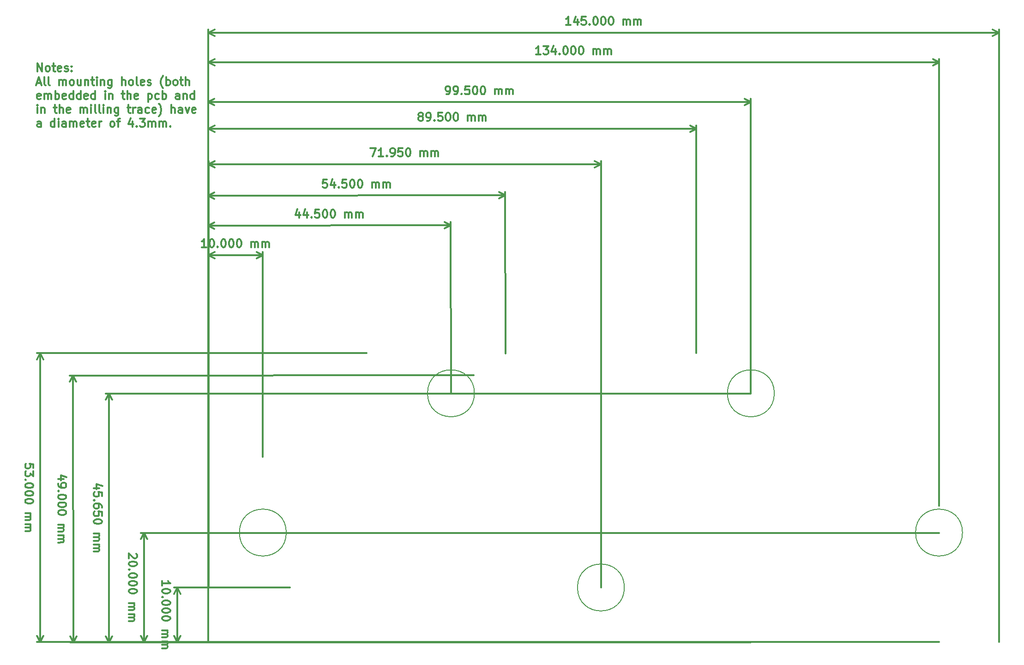
<source format=gbr>
%TF.GenerationSoftware,KiCad,Pcbnew,5.0.1*%
%TF.CreationDate,2019-03-22T14:30:31+01:00*%
%TF.ProjectId,rev1,726576312E6B696361645F7063620000,rev?*%
%TF.SameCoordinates,Original*%
%TF.FileFunction,Other,Comment*%
%FSLAX46Y46*%
G04 Gerber Fmt 4.6, Leading zero omitted, Abs format (unit mm)*
G04 Created by KiCad (PCBNEW 5.0.1) date Fri 22 Mar 2019 02:30:31 PM CET*
%MOMM*%
%LPD*%
G01*
G04 APERTURE LIST*
%ADD10C,0.300000*%
%ADD11C,0.150000*%
G04 APERTURE END LIST*
D10*
X57652142Y-34278571D02*
X57652142Y-32778571D01*
X58509285Y-34278571D01*
X58509285Y-32778571D01*
X59437857Y-34278571D02*
X59295000Y-34207142D01*
X59223571Y-34135714D01*
X59152142Y-33992857D01*
X59152142Y-33564285D01*
X59223571Y-33421428D01*
X59295000Y-33350000D01*
X59437857Y-33278571D01*
X59652142Y-33278571D01*
X59795000Y-33350000D01*
X59866428Y-33421428D01*
X59937857Y-33564285D01*
X59937857Y-33992857D01*
X59866428Y-34135714D01*
X59795000Y-34207142D01*
X59652142Y-34278571D01*
X59437857Y-34278571D01*
X60366428Y-33278571D02*
X60937857Y-33278571D01*
X60580714Y-32778571D02*
X60580714Y-34064285D01*
X60652142Y-34207142D01*
X60795000Y-34278571D01*
X60937857Y-34278571D01*
X62009285Y-34207142D02*
X61866428Y-34278571D01*
X61580714Y-34278571D01*
X61437857Y-34207142D01*
X61366428Y-34064285D01*
X61366428Y-33492857D01*
X61437857Y-33350000D01*
X61580714Y-33278571D01*
X61866428Y-33278571D01*
X62009285Y-33350000D01*
X62080714Y-33492857D01*
X62080714Y-33635714D01*
X61366428Y-33778571D01*
X62652142Y-34207142D02*
X62795000Y-34278571D01*
X63080714Y-34278571D01*
X63223571Y-34207142D01*
X63295000Y-34064285D01*
X63295000Y-33992857D01*
X63223571Y-33850000D01*
X63080714Y-33778571D01*
X62866428Y-33778571D01*
X62723571Y-33707142D01*
X62652142Y-33564285D01*
X62652142Y-33492857D01*
X62723571Y-33350000D01*
X62866428Y-33278571D01*
X63080714Y-33278571D01*
X63223571Y-33350000D01*
X63937857Y-34135714D02*
X64009285Y-34207142D01*
X63937857Y-34278571D01*
X63866428Y-34207142D01*
X63937857Y-34135714D01*
X63937857Y-34278571D01*
X63937857Y-33350000D02*
X64009285Y-33421428D01*
X63937857Y-33492857D01*
X63866428Y-33421428D01*
X63937857Y-33350000D01*
X63937857Y-33492857D01*
X57580714Y-36400000D02*
X58295000Y-36400000D01*
X57437857Y-36828571D02*
X57937857Y-35328571D01*
X58437857Y-36828571D01*
X59152142Y-36828571D02*
X59009285Y-36757142D01*
X58937857Y-36614285D01*
X58937857Y-35328571D01*
X59937857Y-36828571D02*
X59795000Y-36757142D01*
X59723571Y-36614285D01*
X59723571Y-35328571D01*
X61652142Y-36828571D02*
X61652142Y-35828571D01*
X61652142Y-35971428D02*
X61723571Y-35900000D01*
X61866428Y-35828571D01*
X62080714Y-35828571D01*
X62223571Y-35900000D01*
X62295000Y-36042857D01*
X62295000Y-36828571D01*
X62295000Y-36042857D02*
X62366428Y-35900000D01*
X62509285Y-35828571D01*
X62723571Y-35828571D01*
X62866428Y-35900000D01*
X62937857Y-36042857D01*
X62937857Y-36828571D01*
X63866428Y-36828571D02*
X63723571Y-36757142D01*
X63652142Y-36685714D01*
X63580714Y-36542857D01*
X63580714Y-36114285D01*
X63652142Y-35971428D01*
X63723571Y-35900000D01*
X63866428Y-35828571D01*
X64080714Y-35828571D01*
X64223571Y-35900000D01*
X64295000Y-35971428D01*
X64366428Y-36114285D01*
X64366428Y-36542857D01*
X64295000Y-36685714D01*
X64223571Y-36757142D01*
X64080714Y-36828571D01*
X63866428Y-36828571D01*
X65652142Y-35828571D02*
X65652142Y-36828571D01*
X65009285Y-35828571D02*
X65009285Y-36614285D01*
X65080714Y-36757142D01*
X65223571Y-36828571D01*
X65437857Y-36828571D01*
X65580714Y-36757142D01*
X65652142Y-36685714D01*
X66366428Y-35828571D02*
X66366428Y-36828571D01*
X66366428Y-35971428D02*
X66437857Y-35900000D01*
X66580714Y-35828571D01*
X66795000Y-35828571D01*
X66937857Y-35900000D01*
X67009285Y-36042857D01*
X67009285Y-36828571D01*
X67509285Y-35828571D02*
X68080714Y-35828571D01*
X67723571Y-35328571D02*
X67723571Y-36614285D01*
X67795000Y-36757142D01*
X67937857Y-36828571D01*
X68080714Y-36828571D01*
X68580714Y-36828571D02*
X68580714Y-35828571D01*
X68580714Y-35328571D02*
X68509285Y-35400000D01*
X68580714Y-35471428D01*
X68652142Y-35400000D01*
X68580714Y-35328571D01*
X68580714Y-35471428D01*
X69295000Y-35828571D02*
X69295000Y-36828571D01*
X69295000Y-35971428D02*
X69366428Y-35900000D01*
X69509285Y-35828571D01*
X69723571Y-35828571D01*
X69866428Y-35900000D01*
X69937857Y-36042857D01*
X69937857Y-36828571D01*
X71295000Y-35828571D02*
X71295000Y-37042857D01*
X71223571Y-37185714D01*
X71152142Y-37257142D01*
X71009285Y-37328571D01*
X70795000Y-37328571D01*
X70652142Y-37257142D01*
X71295000Y-36757142D02*
X71152142Y-36828571D01*
X70866428Y-36828571D01*
X70723571Y-36757142D01*
X70652142Y-36685714D01*
X70580714Y-36542857D01*
X70580714Y-36114285D01*
X70652142Y-35971428D01*
X70723571Y-35900000D01*
X70866428Y-35828571D01*
X71152142Y-35828571D01*
X71295000Y-35900000D01*
X73152142Y-36828571D02*
X73152142Y-35328571D01*
X73795000Y-36828571D02*
X73795000Y-36042857D01*
X73723571Y-35900000D01*
X73580714Y-35828571D01*
X73366428Y-35828571D01*
X73223571Y-35900000D01*
X73152142Y-35971428D01*
X74723571Y-36828571D02*
X74580714Y-36757142D01*
X74509285Y-36685714D01*
X74437857Y-36542857D01*
X74437857Y-36114285D01*
X74509285Y-35971428D01*
X74580714Y-35900000D01*
X74723571Y-35828571D01*
X74937857Y-35828571D01*
X75080714Y-35900000D01*
X75152142Y-35971428D01*
X75223571Y-36114285D01*
X75223571Y-36542857D01*
X75152142Y-36685714D01*
X75080714Y-36757142D01*
X74937857Y-36828571D01*
X74723571Y-36828571D01*
X76080714Y-36828571D02*
X75937857Y-36757142D01*
X75866428Y-36614285D01*
X75866428Y-35328571D01*
X77223571Y-36757142D02*
X77080714Y-36828571D01*
X76795000Y-36828571D01*
X76652142Y-36757142D01*
X76580714Y-36614285D01*
X76580714Y-36042857D01*
X76652142Y-35900000D01*
X76795000Y-35828571D01*
X77080714Y-35828571D01*
X77223571Y-35900000D01*
X77295000Y-36042857D01*
X77295000Y-36185714D01*
X76580714Y-36328571D01*
X77866428Y-36757142D02*
X78009285Y-36828571D01*
X78295000Y-36828571D01*
X78437857Y-36757142D01*
X78509285Y-36614285D01*
X78509285Y-36542857D01*
X78437857Y-36400000D01*
X78295000Y-36328571D01*
X78080714Y-36328571D01*
X77937857Y-36257142D01*
X77866428Y-36114285D01*
X77866428Y-36042857D01*
X77937857Y-35900000D01*
X78080714Y-35828571D01*
X78295000Y-35828571D01*
X78437857Y-35900000D01*
X80723571Y-37400000D02*
X80652142Y-37328571D01*
X80509285Y-37114285D01*
X80437857Y-36971428D01*
X80366428Y-36757142D01*
X80295000Y-36400000D01*
X80295000Y-36114285D01*
X80366428Y-35757142D01*
X80437857Y-35542857D01*
X80509285Y-35400000D01*
X80652142Y-35185714D01*
X80723571Y-35114285D01*
X81295000Y-36828571D02*
X81295000Y-35328571D01*
X81295000Y-35900000D02*
X81437857Y-35828571D01*
X81723571Y-35828571D01*
X81866428Y-35900000D01*
X81937857Y-35971428D01*
X82009285Y-36114285D01*
X82009285Y-36542857D01*
X81937857Y-36685714D01*
X81866428Y-36757142D01*
X81723571Y-36828571D01*
X81437857Y-36828571D01*
X81295000Y-36757142D01*
X82866428Y-36828571D02*
X82723571Y-36757142D01*
X82652142Y-36685714D01*
X82580714Y-36542857D01*
X82580714Y-36114285D01*
X82652142Y-35971428D01*
X82723571Y-35900000D01*
X82866428Y-35828571D01*
X83080714Y-35828571D01*
X83223571Y-35900000D01*
X83295000Y-35971428D01*
X83366428Y-36114285D01*
X83366428Y-36542857D01*
X83295000Y-36685714D01*
X83223571Y-36757142D01*
X83080714Y-36828571D01*
X82866428Y-36828571D01*
X83795000Y-35828571D02*
X84366428Y-35828571D01*
X84009285Y-35328571D02*
X84009285Y-36614285D01*
X84080714Y-36757142D01*
X84223571Y-36828571D01*
X84366428Y-36828571D01*
X84866428Y-36828571D02*
X84866428Y-35328571D01*
X85509285Y-36828571D02*
X85509285Y-36042857D01*
X85437857Y-35900000D01*
X85295000Y-35828571D01*
X85080714Y-35828571D01*
X84937857Y-35900000D01*
X84866428Y-35971428D01*
X58223571Y-39307142D02*
X58080714Y-39378571D01*
X57795000Y-39378571D01*
X57652142Y-39307142D01*
X57580714Y-39164285D01*
X57580714Y-38592857D01*
X57652142Y-38450000D01*
X57795000Y-38378571D01*
X58080714Y-38378571D01*
X58223571Y-38450000D01*
X58295000Y-38592857D01*
X58295000Y-38735714D01*
X57580714Y-38878571D01*
X58937857Y-39378571D02*
X58937857Y-38378571D01*
X58937857Y-38521428D02*
X59009285Y-38450000D01*
X59152142Y-38378571D01*
X59366428Y-38378571D01*
X59509285Y-38450000D01*
X59580714Y-38592857D01*
X59580714Y-39378571D01*
X59580714Y-38592857D02*
X59652142Y-38450000D01*
X59795000Y-38378571D01*
X60009285Y-38378571D01*
X60152142Y-38450000D01*
X60223571Y-38592857D01*
X60223571Y-39378571D01*
X60937857Y-39378571D02*
X60937857Y-37878571D01*
X60937857Y-38450000D02*
X61080714Y-38378571D01*
X61366428Y-38378571D01*
X61509285Y-38450000D01*
X61580714Y-38521428D01*
X61652142Y-38664285D01*
X61652142Y-39092857D01*
X61580714Y-39235714D01*
X61509285Y-39307142D01*
X61366428Y-39378571D01*
X61080714Y-39378571D01*
X60937857Y-39307142D01*
X62866428Y-39307142D02*
X62723571Y-39378571D01*
X62437857Y-39378571D01*
X62295000Y-39307142D01*
X62223571Y-39164285D01*
X62223571Y-38592857D01*
X62295000Y-38450000D01*
X62437857Y-38378571D01*
X62723571Y-38378571D01*
X62866428Y-38450000D01*
X62937857Y-38592857D01*
X62937857Y-38735714D01*
X62223571Y-38878571D01*
X64223571Y-39378571D02*
X64223571Y-37878571D01*
X64223571Y-39307142D02*
X64080714Y-39378571D01*
X63795000Y-39378571D01*
X63652142Y-39307142D01*
X63580714Y-39235714D01*
X63509285Y-39092857D01*
X63509285Y-38664285D01*
X63580714Y-38521428D01*
X63652142Y-38450000D01*
X63795000Y-38378571D01*
X64080714Y-38378571D01*
X64223571Y-38450000D01*
X65580714Y-39378571D02*
X65580714Y-37878571D01*
X65580714Y-39307142D02*
X65437857Y-39378571D01*
X65152142Y-39378571D01*
X65009285Y-39307142D01*
X64937857Y-39235714D01*
X64866428Y-39092857D01*
X64866428Y-38664285D01*
X64937857Y-38521428D01*
X65009285Y-38450000D01*
X65152142Y-38378571D01*
X65437857Y-38378571D01*
X65580714Y-38450000D01*
X66866428Y-39307142D02*
X66723571Y-39378571D01*
X66437857Y-39378571D01*
X66295000Y-39307142D01*
X66223571Y-39164285D01*
X66223571Y-38592857D01*
X66295000Y-38450000D01*
X66437857Y-38378571D01*
X66723571Y-38378571D01*
X66866428Y-38450000D01*
X66937857Y-38592857D01*
X66937857Y-38735714D01*
X66223571Y-38878571D01*
X68223571Y-39378571D02*
X68223571Y-37878571D01*
X68223571Y-39307142D02*
X68080714Y-39378571D01*
X67795000Y-39378571D01*
X67652142Y-39307142D01*
X67580714Y-39235714D01*
X67509285Y-39092857D01*
X67509285Y-38664285D01*
X67580714Y-38521428D01*
X67652142Y-38450000D01*
X67795000Y-38378571D01*
X68080714Y-38378571D01*
X68223571Y-38450000D01*
X70080714Y-39378571D02*
X70080714Y-38378571D01*
X70080714Y-37878571D02*
X70009285Y-37950000D01*
X70080714Y-38021428D01*
X70152142Y-37950000D01*
X70080714Y-37878571D01*
X70080714Y-38021428D01*
X70795000Y-38378571D02*
X70795000Y-39378571D01*
X70795000Y-38521428D02*
X70866428Y-38450000D01*
X71009285Y-38378571D01*
X71223571Y-38378571D01*
X71366428Y-38450000D01*
X71437857Y-38592857D01*
X71437857Y-39378571D01*
X73080714Y-38378571D02*
X73652142Y-38378571D01*
X73295000Y-37878571D02*
X73295000Y-39164285D01*
X73366428Y-39307142D01*
X73509285Y-39378571D01*
X73652142Y-39378571D01*
X74152142Y-39378571D02*
X74152142Y-37878571D01*
X74795000Y-39378571D02*
X74795000Y-38592857D01*
X74723571Y-38450000D01*
X74580714Y-38378571D01*
X74366428Y-38378571D01*
X74223571Y-38450000D01*
X74152142Y-38521428D01*
X76080714Y-39307142D02*
X75937857Y-39378571D01*
X75652142Y-39378571D01*
X75509285Y-39307142D01*
X75437857Y-39164285D01*
X75437857Y-38592857D01*
X75509285Y-38450000D01*
X75652142Y-38378571D01*
X75937857Y-38378571D01*
X76080714Y-38450000D01*
X76152142Y-38592857D01*
X76152142Y-38735714D01*
X75437857Y-38878571D01*
X77937857Y-38378571D02*
X77937857Y-39878571D01*
X77937857Y-38450000D02*
X78080714Y-38378571D01*
X78366428Y-38378571D01*
X78509285Y-38450000D01*
X78580714Y-38521428D01*
X78652142Y-38664285D01*
X78652142Y-39092857D01*
X78580714Y-39235714D01*
X78509285Y-39307142D01*
X78366428Y-39378571D01*
X78080714Y-39378571D01*
X77937857Y-39307142D01*
X79937857Y-39307142D02*
X79795000Y-39378571D01*
X79509285Y-39378571D01*
X79366428Y-39307142D01*
X79295000Y-39235714D01*
X79223571Y-39092857D01*
X79223571Y-38664285D01*
X79295000Y-38521428D01*
X79366428Y-38450000D01*
X79509285Y-38378571D01*
X79795000Y-38378571D01*
X79937857Y-38450000D01*
X80580714Y-39378571D02*
X80580714Y-37878571D01*
X80580714Y-38450000D02*
X80723571Y-38378571D01*
X81009285Y-38378571D01*
X81152142Y-38450000D01*
X81223571Y-38521428D01*
X81295000Y-38664285D01*
X81295000Y-39092857D01*
X81223571Y-39235714D01*
X81152142Y-39307142D01*
X81009285Y-39378571D01*
X80723571Y-39378571D01*
X80580714Y-39307142D01*
X83723571Y-39378571D02*
X83723571Y-38592857D01*
X83652142Y-38450000D01*
X83509285Y-38378571D01*
X83223571Y-38378571D01*
X83080714Y-38450000D01*
X83723571Y-39307142D02*
X83580714Y-39378571D01*
X83223571Y-39378571D01*
X83080714Y-39307142D01*
X83009285Y-39164285D01*
X83009285Y-39021428D01*
X83080714Y-38878571D01*
X83223571Y-38807142D01*
X83580714Y-38807142D01*
X83723571Y-38735714D01*
X84437857Y-38378571D02*
X84437857Y-39378571D01*
X84437857Y-38521428D02*
X84509285Y-38450000D01*
X84652142Y-38378571D01*
X84866428Y-38378571D01*
X85009285Y-38450000D01*
X85080714Y-38592857D01*
X85080714Y-39378571D01*
X86437857Y-39378571D02*
X86437857Y-37878571D01*
X86437857Y-39307142D02*
X86295000Y-39378571D01*
X86009285Y-39378571D01*
X85866428Y-39307142D01*
X85795000Y-39235714D01*
X85723571Y-39092857D01*
X85723571Y-38664285D01*
X85795000Y-38521428D01*
X85866428Y-38450000D01*
X86009285Y-38378571D01*
X86295000Y-38378571D01*
X86437857Y-38450000D01*
X57652142Y-41928571D02*
X57652142Y-40928571D01*
X57652142Y-40428571D02*
X57580714Y-40500000D01*
X57652142Y-40571428D01*
X57723571Y-40500000D01*
X57652142Y-40428571D01*
X57652142Y-40571428D01*
X58366428Y-40928571D02*
X58366428Y-41928571D01*
X58366428Y-41071428D02*
X58437857Y-41000000D01*
X58580714Y-40928571D01*
X58795000Y-40928571D01*
X58937857Y-41000000D01*
X59009285Y-41142857D01*
X59009285Y-41928571D01*
X60652142Y-40928571D02*
X61223571Y-40928571D01*
X60866428Y-40428571D02*
X60866428Y-41714285D01*
X60937857Y-41857142D01*
X61080714Y-41928571D01*
X61223571Y-41928571D01*
X61723571Y-41928571D02*
X61723571Y-40428571D01*
X62366428Y-41928571D02*
X62366428Y-41142857D01*
X62295000Y-41000000D01*
X62152142Y-40928571D01*
X61937857Y-40928571D01*
X61795000Y-41000000D01*
X61723571Y-41071428D01*
X63652142Y-41857142D02*
X63509285Y-41928571D01*
X63223571Y-41928571D01*
X63080714Y-41857142D01*
X63009285Y-41714285D01*
X63009285Y-41142857D01*
X63080714Y-41000000D01*
X63223571Y-40928571D01*
X63509285Y-40928571D01*
X63652142Y-41000000D01*
X63723571Y-41142857D01*
X63723571Y-41285714D01*
X63009285Y-41428571D01*
X65509285Y-41928571D02*
X65509285Y-40928571D01*
X65509285Y-41071428D02*
X65580714Y-41000000D01*
X65723571Y-40928571D01*
X65937857Y-40928571D01*
X66080714Y-41000000D01*
X66152142Y-41142857D01*
X66152142Y-41928571D01*
X66152142Y-41142857D02*
X66223571Y-41000000D01*
X66366428Y-40928571D01*
X66580714Y-40928571D01*
X66723571Y-41000000D01*
X66795000Y-41142857D01*
X66795000Y-41928571D01*
X67509285Y-41928571D02*
X67509285Y-40928571D01*
X67509285Y-40428571D02*
X67437857Y-40500000D01*
X67509285Y-40571428D01*
X67580714Y-40500000D01*
X67509285Y-40428571D01*
X67509285Y-40571428D01*
X68437857Y-41928571D02*
X68295000Y-41857142D01*
X68223571Y-41714285D01*
X68223571Y-40428571D01*
X69223571Y-41928571D02*
X69080714Y-41857142D01*
X69009285Y-41714285D01*
X69009285Y-40428571D01*
X69795000Y-41928571D02*
X69795000Y-40928571D01*
X69795000Y-40428571D02*
X69723571Y-40500000D01*
X69795000Y-40571428D01*
X69866428Y-40500000D01*
X69795000Y-40428571D01*
X69795000Y-40571428D01*
X70509285Y-40928571D02*
X70509285Y-41928571D01*
X70509285Y-41071428D02*
X70580714Y-41000000D01*
X70723571Y-40928571D01*
X70937857Y-40928571D01*
X71080714Y-41000000D01*
X71152142Y-41142857D01*
X71152142Y-41928571D01*
X72509285Y-40928571D02*
X72509285Y-42142857D01*
X72437857Y-42285714D01*
X72366428Y-42357142D01*
X72223571Y-42428571D01*
X72009285Y-42428571D01*
X71866428Y-42357142D01*
X72509285Y-41857142D02*
X72366428Y-41928571D01*
X72080714Y-41928571D01*
X71937857Y-41857142D01*
X71866428Y-41785714D01*
X71795000Y-41642857D01*
X71795000Y-41214285D01*
X71866428Y-41071428D01*
X71937857Y-41000000D01*
X72080714Y-40928571D01*
X72366428Y-40928571D01*
X72509285Y-41000000D01*
X74152142Y-40928571D02*
X74723571Y-40928571D01*
X74366428Y-40428571D02*
X74366428Y-41714285D01*
X74437857Y-41857142D01*
X74580714Y-41928571D01*
X74723571Y-41928571D01*
X75223571Y-41928571D02*
X75223571Y-40928571D01*
X75223571Y-41214285D02*
X75295000Y-41071428D01*
X75366428Y-41000000D01*
X75509285Y-40928571D01*
X75652142Y-40928571D01*
X76795000Y-41928571D02*
X76795000Y-41142857D01*
X76723571Y-41000000D01*
X76580714Y-40928571D01*
X76295000Y-40928571D01*
X76152142Y-41000000D01*
X76795000Y-41857142D02*
X76652142Y-41928571D01*
X76295000Y-41928571D01*
X76152142Y-41857142D01*
X76080714Y-41714285D01*
X76080714Y-41571428D01*
X76152142Y-41428571D01*
X76295000Y-41357142D01*
X76652142Y-41357142D01*
X76795000Y-41285714D01*
X78152142Y-41857142D02*
X78009285Y-41928571D01*
X77723571Y-41928571D01*
X77580714Y-41857142D01*
X77509285Y-41785714D01*
X77437857Y-41642857D01*
X77437857Y-41214285D01*
X77509285Y-41071428D01*
X77580714Y-41000000D01*
X77723571Y-40928571D01*
X78009285Y-40928571D01*
X78152142Y-41000000D01*
X79366428Y-41857142D02*
X79223571Y-41928571D01*
X78937857Y-41928571D01*
X78795000Y-41857142D01*
X78723571Y-41714285D01*
X78723571Y-41142857D01*
X78795000Y-41000000D01*
X78937857Y-40928571D01*
X79223571Y-40928571D01*
X79366428Y-41000000D01*
X79437857Y-41142857D01*
X79437857Y-41285714D01*
X78723571Y-41428571D01*
X79937857Y-42500000D02*
X80009285Y-42428571D01*
X80152142Y-42214285D01*
X80223571Y-42071428D01*
X80295000Y-41857142D01*
X80366428Y-41500000D01*
X80366428Y-41214285D01*
X80295000Y-40857142D01*
X80223571Y-40642857D01*
X80152142Y-40500000D01*
X80009285Y-40285714D01*
X79937857Y-40214285D01*
X82223571Y-41928571D02*
X82223571Y-40428571D01*
X82866428Y-41928571D02*
X82866428Y-41142857D01*
X82795000Y-41000000D01*
X82652142Y-40928571D01*
X82437857Y-40928571D01*
X82295000Y-41000000D01*
X82223571Y-41071428D01*
X84223571Y-41928571D02*
X84223571Y-41142857D01*
X84152142Y-41000000D01*
X84009285Y-40928571D01*
X83723571Y-40928571D01*
X83580714Y-41000000D01*
X84223571Y-41857142D02*
X84080714Y-41928571D01*
X83723571Y-41928571D01*
X83580714Y-41857142D01*
X83509285Y-41714285D01*
X83509285Y-41571428D01*
X83580714Y-41428571D01*
X83723571Y-41357142D01*
X84080714Y-41357142D01*
X84223571Y-41285714D01*
X84795000Y-40928571D02*
X85152142Y-41928571D01*
X85509285Y-40928571D01*
X86652142Y-41857142D02*
X86509285Y-41928571D01*
X86223571Y-41928571D01*
X86080714Y-41857142D01*
X86009285Y-41714285D01*
X86009285Y-41142857D01*
X86080714Y-41000000D01*
X86223571Y-40928571D01*
X86509285Y-40928571D01*
X86652142Y-41000000D01*
X86723571Y-41142857D01*
X86723571Y-41285714D01*
X86009285Y-41428571D01*
X58295000Y-44478571D02*
X58295000Y-43692857D01*
X58223571Y-43550000D01*
X58080714Y-43478571D01*
X57795000Y-43478571D01*
X57652142Y-43550000D01*
X58295000Y-44407142D02*
X58152142Y-44478571D01*
X57795000Y-44478571D01*
X57652142Y-44407142D01*
X57580714Y-44264285D01*
X57580714Y-44121428D01*
X57652142Y-43978571D01*
X57795000Y-43907142D01*
X58152142Y-43907142D01*
X58295000Y-43835714D01*
X60795000Y-44478571D02*
X60795000Y-42978571D01*
X60795000Y-44407142D02*
X60652142Y-44478571D01*
X60366428Y-44478571D01*
X60223571Y-44407142D01*
X60152142Y-44335714D01*
X60080714Y-44192857D01*
X60080714Y-43764285D01*
X60152142Y-43621428D01*
X60223571Y-43550000D01*
X60366428Y-43478571D01*
X60652142Y-43478571D01*
X60795000Y-43550000D01*
X61509285Y-44478571D02*
X61509285Y-43478571D01*
X61509285Y-42978571D02*
X61437857Y-43050000D01*
X61509285Y-43121428D01*
X61580714Y-43050000D01*
X61509285Y-42978571D01*
X61509285Y-43121428D01*
X62866428Y-44478571D02*
X62866428Y-43692857D01*
X62795000Y-43550000D01*
X62652142Y-43478571D01*
X62366428Y-43478571D01*
X62223571Y-43550000D01*
X62866428Y-44407142D02*
X62723571Y-44478571D01*
X62366428Y-44478571D01*
X62223571Y-44407142D01*
X62152142Y-44264285D01*
X62152142Y-44121428D01*
X62223571Y-43978571D01*
X62366428Y-43907142D01*
X62723571Y-43907142D01*
X62866428Y-43835714D01*
X63580714Y-44478571D02*
X63580714Y-43478571D01*
X63580714Y-43621428D02*
X63652142Y-43550000D01*
X63795000Y-43478571D01*
X64009285Y-43478571D01*
X64152142Y-43550000D01*
X64223571Y-43692857D01*
X64223571Y-44478571D01*
X64223571Y-43692857D02*
X64295000Y-43550000D01*
X64437857Y-43478571D01*
X64652142Y-43478571D01*
X64795000Y-43550000D01*
X64866428Y-43692857D01*
X64866428Y-44478571D01*
X66152142Y-44407142D02*
X66009285Y-44478571D01*
X65723571Y-44478571D01*
X65580714Y-44407142D01*
X65509285Y-44264285D01*
X65509285Y-43692857D01*
X65580714Y-43550000D01*
X65723571Y-43478571D01*
X66009285Y-43478571D01*
X66152142Y-43550000D01*
X66223571Y-43692857D01*
X66223571Y-43835714D01*
X65509285Y-43978571D01*
X66652142Y-43478571D02*
X67223571Y-43478571D01*
X66866428Y-42978571D02*
X66866428Y-44264285D01*
X66937857Y-44407142D01*
X67080714Y-44478571D01*
X67223571Y-44478571D01*
X68295000Y-44407142D02*
X68152142Y-44478571D01*
X67866428Y-44478571D01*
X67723571Y-44407142D01*
X67652142Y-44264285D01*
X67652142Y-43692857D01*
X67723571Y-43550000D01*
X67866428Y-43478571D01*
X68152142Y-43478571D01*
X68295000Y-43550000D01*
X68366428Y-43692857D01*
X68366428Y-43835714D01*
X67652142Y-43978571D01*
X69009285Y-44478571D02*
X69009285Y-43478571D01*
X69009285Y-43764285D02*
X69080714Y-43621428D01*
X69152142Y-43550000D01*
X69295000Y-43478571D01*
X69437857Y-43478571D01*
X71295000Y-44478571D02*
X71152142Y-44407142D01*
X71080714Y-44335714D01*
X71009285Y-44192857D01*
X71009285Y-43764285D01*
X71080714Y-43621428D01*
X71152142Y-43550000D01*
X71295000Y-43478571D01*
X71509285Y-43478571D01*
X71652142Y-43550000D01*
X71723571Y-43621428D01*
X71795000Y-43764285D01*
X71795000Y-44192857D01*
X71723571Y-44335714D01*
X71652142Y-44407142D01*
X71509285Y-44478571D01*
X71295000Y-44478571D01*
X72223571Y-43478571D02*
X72795000Y-43478571D01*
X72437857Y-44478571D02*
X72437857Y-43192857D01*
X72509285Y-43050000D01*
X72652142Y-42978571D01*
X72795000Y-42978571D01*
X75080714Y-43478571D02*
X75080714Y-44478571D01*
X74723571Y-42907142D02*
X74366428Y-43978571D01*
X75295000Y-43978571D01*
X75866428Y-44335714D02*
X75937857Y-44407142D01*
X75866428Y-44478571D01*
X75795000Y-44407142D01*
X75866428Y-44335714D01*
X75866428Y-44478571D01*
X76437857Y-42978571D02*
X77366428Y-42978571D01*
X76866428Y-43550000D01*
X77080714Y-43550000D01*
X77223571Y-43621428D01*
X77295000Y-43692857D01*
X77366428Y-43835714D01*
X77366428Y-44192857D01*
X77295000Y-44335714D01*
X77223571Y-44407142D01*
X77080714Y-44478571D01*
X76652142Y-44478571D01*
X76509285Y-44407142D01*
X76437857Y-44335714D01*
X78009285Y-44478571D02*
X78009285Y-43478571D01*
X78009285Y-43621428D02*
X78080714Y-43550000D01*
X78223571Y-43478571D01*
X78437857Y-43478571D01*
X78580714Y-43550000D01*
X78652142Y-43692857D01*
X78652142Y-44478571D01*
X78652142Y-43692857D02*
X78723571Y-43550000D01*
X78866428Y-43478571D01*
X79080714Y-43478571D01*
X79223571Y-43550000D01*
X79295000Y-43692857D01*
X79295000Y-44478571D01*
X80009285Y-44478571D02*
X80009285Y-43478571D01*
X80009285Y-43621428D02*
X80080714Y-43550000D01*
X80223571Y-43478571D01*
X80437857Y-43478571D01*
X80580714Y-43550000D01*
X80652142Y-43692857D01*
X80652142Y-44478571D01*
X80652142Y-43692857D02*
X80723571Y-43550000D01*
X80866428Y-43478571D01*
X81080714Y-43478571D01*
X81223571Y-43550000D01*
X81295000Y-43692857D01*
X81295000Y-44478571D01*
X82009285Y-44335714D02*
X82080714Y-44407142D01*
X82009285Y-44478571D01*
X81937857Y-44407142D01*
X82009285Y-44335714D01*
X82009285Y-44478571D01*
X118739285Y-48378571D02*
X119739285Y-48378571D01*
X119096428Y-49878571D01*
X121096428Y-49878571D02*
X120239285Y-49878571D01*
X120667857Y-49878571D02*
X120667857Y-48378571D01*
X120525000Y-48592857D01*
X120382142Y-48735714D01*
X120239285Y-48807142D01*
X121739285Y-49735714D02*
X121810714Y-49807142D01*
X121739285Y-49878571D01*
X121667857Y-49807142D01*
X121739285Y-49735714D01*
X121739285Y-49878571D01*
X122525000Y-49878571D02*
X122810714Y-49878571D01*
X122953571Y-49807142D01*
X123025000Y-49735714D01*
X123167857Y-49521428D01*
X123239285Y-49235714D01*
X123239285Y-48664285D01*
X123167857Y-48521428D01*
X123096428Y-48450000D01*
X122953571Y-48378571D01*
X122667857Y-48378571D01*
X122525000Y-48450000D01*
X122453571Y-48521428D01*
X122382142Y-48664285D01*
X122382142Y-49021428D01*
X122453571Y-49164285D01*
X122525000Y-49235714D01*
X122667857Y-49307142D01*
X122953571Y-49307142D01*
X123096428Y-49235714D01*
X123167857Y-49164285D01*
X123239285Y-49021428D01*
X124596428Y-48378571D02*
X123882142Y-48378571D01*
X123810714Y-49092857D01*
X123882142Y-49021428D01*
X124025000Y-48950000D01*
X124382142Y-48950000D01*
X124525000Y-49021428D01*
X124596428Y-49092857D01*
X124667857Y-49235714D01*
X124667857Y-49592857D01*
X124596428Y-49735714D01*
X124525000Y-49807142D01*
X124382142Y-49878571D01*
X124025000Y-49878571D01*
X123882142Y-49807142D01*
X123810714Y-49735714D01*
X125596428Y-48378571D02*
X125739285Y-48378571D01*
X125882142Y-48450000D01*
X125953571Y-48521428D01*
X126025000Y-48664285D01*
X126096428Y-48950000D01*
X126096428Y-49307142D01*
X126025000Y-49592857D01*
X125953571Y-49735714D01*
X125882142Y-49807142D01*
X125739285Y-49878571D01*
X125596428Y-49878571D01*
X125453571Y-49807142D01*
X125382142Y-49735714D01*
X125310714Y-49592857D01*
X125239285Y-49307142D01*
X125239285Y-48950000D01*
X125310714Y-48664285D01*
X125382142Y-48521428D01*
X125453571Y-48450000D01*
X125596428Y-48378571D01*
X127882142Y-49878571D02*
X127882142Y-48878571D01*
X127882142Y-49021428D02*
X127953571Y-48950000D01*
X128096428Y-48878571D01*
X128310714Y-48878571D01*
X128453571Y-48950000D01*
X128525000Y-49092857D01*
X128525000Y-49878571D01*
X128525000Y-49092857D02*
X128596428Y-48950000D01*
X128739285Y-48878571D01*
X128953571Y-48878571D01*
X129096428Y-48950000D01*
X129167857Y-49092857D01*
X129167857Y-49878571D01*
X129882142Y-49878571D02*
X129882142Y-48878571D01*
X129882142Y-49021428D02*
X129953571Y-48950000D01*
X130096428Y-48878571D01*
X130310714Y-48878571D01*
X130453571Y-48950000D01*
X130525000Y-49092857D01*
X130525000Y-49878571D01*
X130525000Y-49092857D02*
X130596428Y-48950000D01*
X130739285Y-48878571D01*
X130953571Y-48878571D01*
X131096428Y-48950000D01*
X131167857Y-49092857D01*
X131167857Y-49878571D01*
X161000000Y-51300000D02*
X89050000Y-51300000D01*
X161000000Y-129000000D02*
X161000000Y-50713579D01*
X89050000Y-129000000D02*
X89050000Y-50713579D01*
X89050000Y-51300000D02*
X90176504Y-50713579D01*
X89050000Y-51300000D02*
X90176504Y-51886421D01*
X161000000Y-51300000D02*
X159873496Y-50713579D01*
X161000000Y-51300000D02*
X159873496Y-51886421D01*
X69021428Y-110747206D02*
X68021428Y-110747206D01*
X69592857Y-110390063D02*
X68521428Y-110032920D01*
X68521428Y-110961491D01*
X69521428Y-112247206D02*
X69521428Y-111532920D01*
X68807142Y-111461491D01*
X68878571Y-111532920D01*
X68950000Y-111675777D01*
X68950000Y-112032920D01*
X68878571Y-112175777D01*
X68807142Y-112247206D01*
X68664285Y-112318634D01*
X68307142Y-112318634D01*
X68164285Y-112247206D01*
X68092857Y-112175777D01*
X68021428Y-112032920D01*
X68021428Y-111675777D01*
X68092857Y-111532920D01*
X68164285Y-111461491D01*
X68164285Y-112961491D02*
X68092857Y-113032920D01*
X68021428Y-112961491D01*
X68092857Y-112890063D01*
X68164285Y-112961491D01*
X68021428Y-112961491D01*
X69521428Y-114318634D02*
X69521428Y-114032920D01*
X69450000Y-113890063D01*
X69378571Y-113818634D01*
X69164285Y-113675777D01*
X68878571Y-113604348D01*
X68307142Y-113604348D01*
X68164285Y-113675777D01*
X68092857Y-113747206D01*
X68021428Y-113890063D01*
X68021428Y-114175777D01*
X68092857Y-114318634D01*
X68164285Y-114390063D01*
X68307142Y-114461491D01*
X68664285Y-114461491D01*
X68807142Y-114390063D01*
X68878571Y-114318634D01*
X68950000Y-114175777D01*
X68950000Y-113890063D01*
X68878571Y-113747206D01*
X68807142Y-113675777D01*
X68664285Y-113604348D01*
X69521428Y-115818634D02*
X69521428Y-115104348D01*
X68807142Y-115032920D01*
X68878571Y-115104348D01*
X68950000Y-115247206D01*
X68950000Y-115604348D01*
X68878571Y-115747206D01*
X68807142Y-115818634D01*
X68664285Y-115890063D01*
X68307142Y-115890063D01*
X68164285Y-115818634D01*
X68092857Y-115747206D01*
X68021428Y-115604348D01*
X68021428Y-115247206D01*
X68092857Y-115104348D01*
X68164285Y-115032920D01*
X69521428Y-116818634D02*
X69521428Y-116961491D01*
X69450000Y-117104348D01*
X69378571Y-117175777D01*
X69235714Y-117247206D01*
X68950000Y-117318634D01*
X68592857Y-117318634D01*
X68307142Y-117247206D01*
X68164285Y-117175777D01*
X68092857Y-117104348D01*
X68021428Y-116961491D01*
X68021428Y-116818634D01*
X68092857Y-116675777D01*
X68164285Y-116604348D01*
X68307142Y-116532920D01*
X68592857Y-116461491D01*
X68950000Y-116461491D01*
X69235714Y-116532920D01*
X69378571Y-116604348D01*
X69450000Y-116675777D01*
X69521428Y-116818634D01*
X68021428Y-119104348D02*
X69021428Y-119104348D01*
X68878571Y-119104348D02*
X68950000Y-119175777D01*
X69021428Y-119318634D01*
X69021428Y-119532920D01*
X68950000Y-119675777D01*
X68807142Y-119747206D01*
X68021428Y-119747206D01*
X68807142Y-119747206D02*
X68950000Y-119818634D01*
X69021428Y-119961491D01*
X69021428Y-120175777D01*
X68950000Y-120318634D01*
X68807142Y-120390063D01*
X68021428Y-120390063D01*
X68021428Y-121104348D02*
X69021428Y-121104348D01*
X68878571Y-121104348D02*
X68950000Y-121175777D01*
X69021428Y-121318634D01*
X69021428Y-121532920D01*
X68950000Y-121675777D01*
X68807142Y-121747206D01*
X68021428Y-121747206D01*
X68807142Y-121747206D02*
X68950000Y-121818634D01*
X69021428Y-121961491D01*
X69021428Y-122175777D01*
X68950000Y-122318634D01*
X68807142Y-122390063D01*
X68021428Y-122390063D01*
X70800000Y-93422206D02*
X70800000Y-139072206D01*
X188467282Y-93422206D02*
X70213579Y-93422206D01*
X188467282Y-139072206D02*
X70213579Y-139072206D01*
X70800000Y-139072206D02*
X70213579Y-137945702D01*
X70800000Y-139072206D02*
X71386421Y-137945702D01*
X70800000Y-93422206D02*
X70213579Y-94548710D01*
X70800000Y-93422206D02*
X71386421Y-94548710D01*
X62440820Y-109076817D02*
X61440820Y-109077838D01*
X63011884Y-108719092D02*
X61940091Y-108363042D01*
X61941039Y-109291613D01*
X61441695Y-109934980D02*
X61441986Y-110220694D01*
X61513561Y-110363479D01*
X61585062Y-110434834D01*
X61799493Y-110577473D01*
X62085280Y-110648610D01*
X62656709Y-110648026D01*
X62799493Y-110576452D01*
X62870849Y-110504951D01*
X62942131Y-110362021D01*
X62941840Y-110076307D01*
X62870266Y-109933522D01*
X62798764Y-109862167D01*
X62655834Y-109790884D01*
X62298691Y-109791248D01*
X62155907Y-109862823D01*
X62084552Y-109934324D01*
X62013269Y-110077254D01*
X62013560Y-110362968D01*
X62085135Y-110505752D01*
X62156636Y-110577108D01*
X62299566Y-110648391D01*
X61585937Y-111291977D02*
X61514581Y-111363478D01*
X61443080Y-111292122D01*
X61514435Y-111220621D01*
X61585937Y-111291977D01*
X61443080Y-111292122D01*
X62944099Y-112290591D02*
X62944245Y-112433448D01*
X62872962Y-112576378D01*
X62801607Y-112647880D01*
X62658822Y-112719454D01*
X62373181Y-112791174D01*
X62016039Y-112791538D01*
X61730252Y-112720401D01*
X61587322Y-112649119D01*
X61515820Y-112577763D01*
X61444246Y-112434979D01*
X61444100Y-112292122D01*
X61515383Y-112149192D01*
X61586738Y-112077690D01*
X61729523Y-112006116D01*
X62015164Y-111934396D01*
X62372307Y-111934032D01*
X62658094Y-112005169D01*
X62801024Y-112076451D01*
X62872525Y-112147807D01*
X62944099Y-112290591D01*
X62945557Y-113719162D02*
X62945703Y-113862019D01*
X62874420Y-114004949D01*
X62803064Y-114076450D01*
X62660280Y-114148025D01*
X62374639Y-114219745D01*
X62017496Y-114220109D01*
X61731709Y-114148972D01*
X61588779Y-114077689D01*
X61517278Y-114006334D01*
X61445704Y-113863550D01*
X61445558Y-113720693D01*
X61516841Y-113577763D01*
X61588196Y-113506261D01*
X61730980Y-113434687D01*
X62016622Y-113362967D01*
X62373764Y-113362602D01*
X62659551Y-113433739D01*
X62802481Y-113505022D01*
X62873983Y-113576378D01*
X62945557Y-113719162D01*
X62947015Y-115147733D02*
X62947161Y-115290590D01*
X62875878Y-115433520D01*
X62804522Y-115505021D01*
X62661738Y-115576595D01*
X62376097Y-115648315D01*
X62018954Y-115648680D01*
X61733167Y-115577543D01*
X61590237Y-115506260D01*
X61518736Y-115434904D01*
X61447161Y-115292120D01*
X61447016Y-115149263D01*
X61518298Y-115006333D01*
X61589654Y-114934832D01*
X61732438Y-114863258D01*
X62018079Y-114791537D01*
X62375222Y-114791173D01*
X62661009Y-114862310D01*
X62803939Y-114933593D01*
X62875440Y-115004948D01*
X62947015Y-115147733D01*
X61449348Y-117434976D02*
X62449347Y-117433956D01*
X62306490Y-117434102D02*
X62377992Y-117505457D01*
X62449566Y-117648241D01*
X62449785Y-117862527D01*
X62378502Y-118005457D01*
X62235718Y-118077031D01*
X61450004Y-118077833D01*
X62235718Y-118077031D02*
X62378648Y-118148314D01*
X62450222Y-118291098D01*
X62450441Y-118505384D01*
X62379158Y-118648314D01*
X62236374Y-118719888D01*
X61450660Y-118720690D01*
X61451389Y-119434975D02*
X62451388Y-119433955D01*
X62308531Y-119434101D02*
X62380033Y-119505456D01*
X62451607Y-119648240D01*
X62451825Y-119862526D01*
X62380543Y-120005456D01*
X62237759Y-120077030D01*
X61452045Y-120077832D01*
X62237759Y-120077030D02*
X62380688Y-120148313D01*
X62452263Y-120291097D01*
X62452481Y-120505383D01*
X62381199Y-120648313D01*
X62238415Y-120719887D01*
X61452701Y-120720689D01*
X64200003Y-90075000D02*
X64250003Y-139075000D01*
X137700000Y-90000000D02*
X63613583Y-90075598D01*
X137750000Y-139000000D02*
X63663583Y-139075598D01*
X64250003Y-139075000D02*
X63662433Y-137949095D01*
X64250003Y-139075000D02*
X64835274Y-137947898D01*
X64200003Y-90075000D02*
X63614732Y-91202102D01*
X64200003Y-90075000D02*
X64787573Y-91200905D01*
X132648356Y-38508571D02*
X132934070Y-38508571D01*
X133076927Y-38437142D01*
X133148356Y-38365714D01*
X133291213Y-38151428D01*
X133362642Y-37865714D01*
X133362642Y-37294285D01*
X133291213Y-37151428D01*
X133219785Y-37080000D01*
X133076927Y-37008571D01*
X132791213Y-37008571D01*
X132648356Y-37080000D01*
X132576927Y-37151428D01*
X132505499Y-37294285D01*
X132505499Y-37651428D01*
X132576927Y-37794285D01*
X132648356Y-37865714D01*
X132791213Y-37937142D01*
X133076927Y-37937142D01*
X133219785Y-37865714D01*
X133291213Y-37794285D01*
X133362642Y-37651428D01*
X134076927Y-38508571D02*
X134362642Y-38508571D01*
X134505499Y-38437142D01*
X134576927Y-38365714D01*
X134719785Y-38151428D01*
X134791213Y-37865714D01*
X134791213Y-37294285D01*
X134719785Y-37151428D01*
X134648356Y-37080000D01*
X134505499Y-37008571D01*
X134219785Y-37008571D01*
X134076927Y-37080000D01*
X134005499Y-37151428D01*
X133934070Y-37294285D01*
X133934070Y-37651428D01*
X134005499Y-37794285D01*
X134076927Y-37865714D01*
X134219785Y-37937142D01*
X134505499Y-37937142D01*
X134648356Y-37865714D01*
X134719785Y-37794285D01*
X134791213Y-37651428D01*
X135434070Y-38365714D02*
X135505499Y-38437142D01*
X135434070Y-38508571D01*
X135362642Y-38437142D01*
X135434070Y-38365714D01*
X135434070Y-38508571D01*
X136862642Y-37008571D02*
X136148356Y-37008571D01*
X136076927Y-37722857D01*
X136148356Y-37651428D01*
X136291213Y-37580000D01*
X136648356Y-37580000D01*
X136791213Y-37651428D01*
X136862642Y-37722857D01*
X136934070Y-37865714D01*
X136934070Y-38222857D01*
X136862642Y-38365714D01*
X136791213Y-38437142D01*
X136648356Y-38508571D01*
X136291213Y-38508571D01*
X136148356Y-38437142D01*
X136076927Y-38365714D01*
X137862642Y-37008571D02*
X138005499Y-37008571D01*
X138148356Y-37080000D01*
X138219785Y-37151428D01*
X138291213Y-37294285D01*
X138362642Y-37580000D01*
X138362642Y-37937142D01*
X138291213Y-38222857D01*
X138219785Y-38365714D01*
X138148356Y-38437142D01*
X138005499Y-38508571D01*
X137862642Y-38508571D01*
X137719785Y-38437142D01*
X137648356Y-38365714D01*
X137576927Y-38222857D01*
X137505499Y-37937142D01*
X137505499Y-37580000D01*
X137576927Y-37294285D01*
X137648356Y-37151428D01*
X137719785Y-37080000D01*
X137862642Y-37008571D01*
X139291213Y-37008571D02*
X139434070Y-37008571D01*
X139576927Y-37080000D01*
X139648356Y-37151428D01*
X139719785Y-37294285D01*
X139791213Y-37580000D01*
X139791213Y-37937142D01*
X139719785Y-38222857D01*
X139648356Y-38365714D01*
X139576927Y-38437142D01*
X139434070Y-38508571D01*
X139291213Y-38508571D01*
X139148356Y-38437142D01*
X139076927Y-38365714D01*
X139005499Y-38222857D01*
X138934070Y-37937142D01*
X138934070Y-37580000D01*
X139005499Y-37294285D01*
X139076927Y-37151428D01*
X139148356Y-37080000D01*
X139291213Y-37008571D01*
X141576927Y-38508571D02*
X141576927Y-37508571D01*
X141576927Y-37651428D02*
X141648356Y-37580000D01*
X141791213Y-37508571D01*
X142005499Y-37508571D01*
X142148356Y-37580000D01*
X142219785Y-37722857D01*
X142219785Y-38508571D01*
X142219785Y-37722857D02*
X142291213Y-37580000D01*
X142434070Y-37508571D01*
X142648356Y-37508571D01*
X142791213Y-37580000D01*
X142862642Y-37722857D01*
X142862642Y-38508571D01*
X143576927Y-38508571D02*
X143576927Y-37508571D01*
X143576927Y-37651428D02*
X143648356Y-37580000D01*
X143791213Y-37508571D01*
X144005499Y-37508571D01*
X144148356Y-37580000D01*
X144219785Y-37722857D01*
X144219785Y-38508571D01*
X144219785Y-37722857D02*
X144291213Y-37580000D01*
X144434070Y-37508571D01*
X144648356Y-37508571D01*
X144791213Y-37580000D01*
X144862642Y-37722857D01*
X144862642Y-38508571D01*
X188469785Y-39930000D02*
X88969785Y-39930000D01*
X188469785Y-93396599D02*
X188469785Y-39343579D01*
X88969785Y-93396599D02*
X88969785Y-39343579D01*
X88969785Y-39930000D02*
X90096289Y-39343579D01*
X88969785Y-39930000D02*
X90096289Y-40516421D01*
X188469785Y-39930000D02*
X187343281Y-39343579D01*
X188469785Y-39930000D02*
X187343281Y-40516421D01*
X127821428Y-42521428D02*
X127678571Y-42450000D01*
X127607142Y-42378571D01*
X127535714Y-42235714D01*
X127535714Y-42164285D01*
X127607142Y-42021428D01*
X127678571Y-41950000D01*
X127821428Y-41878571D01*
X128107142Y-41878571D01*
X128250000Y-41950000D01*
X128321428Y-42021428D01*
X128392857Y-42164285D01*
X128392857Y-42235714D01*
X128321428Y-42378571D01*
X128250000Y-42450000D01*
X128107142Y-42521428D01*
X127821428Y-42521428D01*
X127678571Y-42592857D01*
X127607142Y-42664285D01*
X127535714Y-42807142D01*
X127535714Y-43092857D01*
X127607142Y-43235714D01*
X127678571Y-43307142D01*
X127821428Y-43378571D01*
X128107142Y-43378571D01*
X128250000Y-43307142D01*
X128321428Y-43235714D01*
X128392857Y-43092857D01*
X128392857Y-42807142D01*
X128321428Y-42664285D01*
X128250000Y-42592857D01*
X128107142Y-42521428D01*
X129107142Y-43378571D02*
X129392857Y-43378571D01*
X129535714Y-43307142D01*
X129607142Y-43235714D01*
X129750000Y-43021428D01*
X129821428Y-42735714D01*
X129821428Y-42164285D01*
X129750000Y-42021428D01*
X129678571Y-41950000D01*
X129535714Y-41878571D01*
X129250000Y-41878571D01*
X129107142Y-41950000D01*
X129035714Y-42021428D01*
X128964285Y-42164285D01*
X128964285Y-42521428D01*
X129035714Y-42664285D01*
X129107142Y-42735714D01*
X129250000Y-42807142D01*
X129535714Y-42807142D01*
X129678571Y-42735714D01*
X129750000Y-42664285D01*
X129821428Y-42521428D01*
X130464285Y-43235714D02*
X130535714Y-43307142D01*
X130464285Y-43378571D01*
X130392857Y-43307142D01*
X130464285Y-43235714D01*
X130464285Y-43378571D01*
X131892857Y-41878571D02*
X131178571Y-41878571D01*
X131107142Y-42592857D01*
X131178571Y-42521428D01*
X131321428Y-42450000D01*
X131678571Y-42450000D01*
X131821428Y-42521428D01*
X131892857Y-42592857D01*
X131964285Y-42735714D01*
X131964285Y-43092857D01*
X131892857Y-43235714D01*
X131821428Y-43307142D01*
X131678571Y-43378571D01*
X131321428Y-43378571D01*
X131178571Y-43307142D01*
X131107142Y-43235714D01*
X132892857Y-41878571D02*
X133035714Y-41878571D01*
X133178571Y-41950000D01*
X133250000Y-42021428D01*
X133321428Y-42164285D01*
X133392857Y-42450000D01*
X133392857Y-42807142D01*
X133321428Y-43092857D01*
X133250000Y-43235714D01*
X133178571Y-43307142D01*
X133035714Y-43378571D01*
X132892857Y-43378571D01*
X132750000Y-43307142D01*
X132678571Y-43235714D01*
X132607142Y-43092857D01*
X132535714Y-42807142D01*
X132535714Y-42450000D01*
X132607142Y-42164285D01*
X132678571Y-42021428D01*
X132750000Y-41950000D01*
X132892857Y-41878571D01*
X134321428Y-41878571D02*
X134464285Y-41878571D01*
X134607142Y-41950000D01*
X134678571Y-42021428D01*
X134750000Y-42164285D01*
X134821428Y-42450000D01*
X134821428Y-42807142D01*
X134750000Y-43092857D01*
X134678571Y-43235714D01*
X134607142Y-43307142D01*
X134464285Y-43378571D01*
X134321428Y-43378571D01*
X134178571Y-43307142D01*
X134107142Y-43235714D01*
X134035714Y-43092857D01*
X133964285Y-42807142D01*
X133964285Y-42450000D01*
X134035714Y-42164285D01*
X134107142Y-42021428D01*
X134178571Y-41950000D01*
X134321428Y-41878571D01*
X136607142Y-43378571D02*
X136607142Y-42378571D01*
X136607142Y-42521428D02*
X136678571Y-42450000D01*
X136821428Y-42378571D01*
X137035714Y-42378571D01*
X137178571Y-42450000D01*
X137250000Y-42592857D01*
X137250000Y-43378571D01*
X137250000Y-42592857D02*
X137321428Y-42450000D01*
X137464285Y-42378571D01*
X137678571Y-42378571D01*
X137821428Y-42450000D01*
X137892857Y-42592857D01*
X137892857Y-43378571D01*
X138607142Y-43378571D02*
X138607142Y-42378571D01*
X138607142Y-42521428D02*
X138678571Y-42450000D01*
X138821428Y-42378571D01*
X139035714Y-42378571D01*
X139178571Y-42450000D01*
X139250000Y-42592857D01*
X139250000Y-43378571D01*
X139250000Y-42592857D02*
X139321428Y-42450000D01*
X139464285Y-42378571D01*
X139678571Y-42378571D01*
X139821428Y-42450000D01*
X139892857Y-42592857D01*
X139892857Y-43378571D01*
X89000000Y-44800000D02*
X178500000Y-44800000D01*
X89000000Y-86000000D02*
X89000000Y-44213579D01*
X178500000Y-86000000D02*
X178500000Y-44213579D01*
X178500000Y-44800000D02*
X177373496Y-45386421D01*
X178500000Y-44800000D02*
X177373496Y-44213579D01*
X89000000Y-44800000D02*
X90126504Y-45386421D01*
X89000000Y-44800000D02*
X90126504Y-44213579D01*
X110762820Y-54138542D02*
X110048535Y-54139853D01*
X109978418Y-54854268D01*
X110049715Y-54782709D01*
X110192441Y-54711018D01*
X110549583Y-54710363D01*
X110692571Y-54781529D01*
X110764131Y-54852826D01*
X110835821Y-54995552D01*
X110836476Y-55352695D01*
X110765310Y-55495683D01*
X110694013Y-55567242D01*
X110551287Y-55638933D01*
X110194145Y-55639588D01*
X110051157Y-55568422D01*
X109979597Y-55497124D01*
X112120878Y-54636051D02*
X112122713Y-55636049D01*
X111762687Y-54065279D02*
X111407511Y-55137361D01*
X112336081Y-55135657D01*
X112908164Y-55491751D02*
X112979723Y-55563048D01*
X112908426Y-55634608D01*
X112836866Y-55563310D01*
X112908164Y-55491751D01*
X112908426Y-55634608D01*
X114334243Y-54131989D02*
X113619958Y-54133300D01*
X113549840Y-54847715D01*
X113621138Y-54776156D01*
X113763863Y-54704465D01*
X114121006Y-54703810D01*
X114263994Y-54774976D01*
X114335553Y-54846273D01*
X114407244Y-54988999D01*
X114407899Y-55346142D01*
X114336733Y-55489129D01*
X114265435Y-55560689D01*
X114122709Y-55632380D01*
X113765567Y-55633035D01*
X113622579Y-55561869D01*
X113551020Y-55490571D01*
X115334241Y-54130154D02*
X115477098Y-54129892D01*
X115620086Y-54201058D01*
X115691645Y-54272356D01*
X115763336Y-54415081D01*
X115835289Y-54700664D01*
X115835944Y-55057806D01*
X115765040Y-55343651D01*
X115693873Y-55486639D01*
X115622576Y-55558199D01*
X115479850Y-55629889D01*
X115336993Y-55630152D01*
X115194005Y-55558985D01*
X115122446Y-55487688D01*
X115050755Y-55344962D01*
X114978802Y-55059379D01*
X114978147Y-54702237D01*
X115049051Y-54416392D01*
X115120218Y-54273404D01*
X115191515Y-54201845D01*
X115334241Y-54130154D01*
X116762810Y-54127533D02*
X116905667Y-54127271D01*
X117048655Y-54198437D01*
X117120214Y-54269734D01*
X117191905Y-54412460D01*
X117263858Y-54698043D01*
X117264513Y-55055185D01*
X117193609Y-55341030D01*
X117122442Y-55484018D01*
X117051145Y-55555578D01*
X116908419Y-55627268D01*
X116765562Y-55627530D01*
X116622574Y-55556364D01*
X116551015Y-55485067D01*
X116479324Y-55342341D01*
X116407371Y-55056758D01*
X116406716Y-54699616D01*
X116477620Y-54413771D01*
X116548787Y-54270783D01*
X116620084Y-54199223D01*
X116762810Y-54127533D01*
X119051273Y-55623336D02*
X119049438Y-54623338D01*
X119049700Y-54766195D02*
X119120997Y-54694635D01*
X119263723Y-54622945D01*
X119478008Y-54622552D01*
X119620996Y-54693718D01*
X119692687Y-54836444D01*
X119694129Y-55622157D01*
X119692687Y-54836444D02*
X119763853Y-54693456D01*
X119906579Y-54621765D01*
X120120865Y-54621372D01*
X120263853Y-54692538D01*
X120335543Y-54835264D01*
X120336985Y-55620977D01*
X121051269Y-55619667D02*
X121049434Y-54619668D01*
X121049697Y-54762525D02*
X121120994Y-54690966D01*
X121263720Y-54619275D01*
X121478005Y-54618882D01*
X121620993Y-54690048D01*
X121692684Y-54832774D01*
X121694125Y-55618487D01*
X121692684Y-54832774D02*
X121763850Y-54689786D01*
X121906576Y-54618096D01*
X122120861Y-54617702D01*
X122263849Y-54688869D01*
X122335540Y-54831595D01*
X122336981Y-55617308D01*
X143446743Y-57000005D02*
X88946743Y-57100005D01*
X143500000Y-86025000D02*
X143445667Y-56413585D01*
X89000000Y-86125000D02*
X88945667Y-56513585D01*
X88946743Y-57100005D02*
X90072169Y-56511518D01*
X88946743Y-57100005D02*
X90074321Y-57684358D01*
X143446743Y-57000005D02*
X142319165Y-56415652D01*
X143446743Y-57000005D02*
X142321317Y-57588492D01*
X105693850Y-60155348D02*
X105695535Y-61155347D01*
X105335744Y-59584522D02*
X104980408Y-60656551D01*
X105908978Y-60654986D01*
X107122419Y-60152940D02*
X107124104Y-61152939D01*
X106764314Y-59582114D02*
X106408977Y-60654143D01*
X107337547Y-60652578D01*
X107909577Y-61008758D02*
X107981126Y-61080066D01*
X107909818Y-61151615D01*
X107838269Y-61080307D01*
X107909577Y-61008758D01*
X107909818Y-61151615D01*
X109335859Y-59649209D02*
X108621574Y-59650413D01*
X108551350Y-60364818D01*
X108622658Y-60293269D01*
X108765394Y-60221600D01*
X109122537Y-60220998D01*
X109265514Y-60292186D01*
X109337063Y-60363494D01*
X109408732Y-60506230D01*
X109409334Y-60863373D01*
X109338146Y-61006350D01*
X109266838Y-61077899D01*
X109124102Y-61149568D01*
X108766959Y-61150170D01*
X108623982Y-61078982D01*
X108552433Y-61007674D01*
X110335857Y-59647524D02*
X110478714Y-59647283D01*
X110621692Y-59718471D01*
X110693241Y-59789779D01*
X110764910Y-59932515D01*
X110836820Y-60218109D01*
X110837422Y-60575251D01*
X110766475Y-60861085D01*
X110695287Y-61004063D01*
X110623979Y-61075612D01*
X110481242Y-61147281D01*
X110338386Y-61147522D01*
X110195408Y-61076334D01*
X110123859Y-61005026D01*
X110052190Y-60862289D01*
X109980280Y-60576696D01*
X109979678Y-60219553D01*
X110050625Y-59933719D01*
X110121813Y-59790742D01*
X110193121Y-59719193D01*
X110335857Y-59647524D01*
X111764427Y-59645116D02*
X111907284Y-59644875D01*
X112050261Y-59716063D01*
X112121810Y-59787371D01*
X112193479Y-59930108D01*
X112265389Y-60215701D01*
X112265991Y-60572843D01*
X112195044Y-60858678D01*
X112123856Y-61001655D01*
X112052548Y-61073204D01*
X111909812Y-61144873D01*
X111766955Y-61145114D01*
X111623978Y-61073926D01*
X111552429Y-61002618D01*
X111480759Y-60859882D01*
X111408849Y-60574288D01*
X111408248Y-60217146D01*
X111479194Y-59931311D01*
X111550382Y-59788334D01*
X111621690Y-59716785D01*
X111764427Y-59645116D01*
X114052666Y-61141262D02*
X114050981Y-60141263D01*
X114051221Y-60284120D02*
X114122529Y-60212571D01*
X114265266Y-60140902D01*
X114479551Y-60140541D01*
X114622529Y-60211728D01*
X114694198Y-60354465D01*
X114695522Y-61140178D01*
X114694198Y-60354465D02*
X114765386Y-60211488D01*
X114908122Y-60139818D01*
X115122408Y-60139457D01*
X115265385Y-60210645D01*
X115337054Y-60353381D01*
X115338378Y-61139095D01*
X116052663Y-61137891D02*
X116050978Y-60137892D01*
X116051218Y-60280749D02*
X116122527Y-60209200D01*
X116265263Y-60137531D01*
X116479549Y-60137170D01*
X116622526Y-60208358D01*
X116694195Y-60351094D01*
X116695519Y-61136807D01*
X116694195Y-60351094D02*
X116765383Y-60208117D01*
X116908119Y-60136448D01*
X117122405Y-60136086D01*
X117265382Y-60207274D01*
X117337051Y-60350011D01*
X117338376Y-61135724D01*
X133447923Y-62530004D02*
X88947923Y-62605004D01*
X133500000Y-93428802D02*
X133446935Y-61943584D01*
X89000000Y-93503802D02*
X88946935Y-62018584D01*
X88947923Y-62605004D02*
X90073437Y-62016685D01*
X88947923Y-62605004D02*
X90075414Y-63189525D01*
X133447923Y-62530004D02*
X132320432Y-61945483D01*
X133447923Y-62530004D02*
X132322409Y-63118323D01*
X75776891Y-122785714D02*
X75848320Y-122857142D01*
X75919748Y-123000000D01*
X75919748Y-123357142D01*
X75848320Y-123500000D01*
X75776891Y-123571428D01*
X75634034Y-123642857D01*
X75491177Y-123642857D01*
X75276891Y-123571428D01*
X74419748Y-122714285D01*
X74419748Y-123642857D01*
X75919748Y-124571428D02*
X75919748Y-124714285D01*
X75848320Y-124857142D01*
X75776891Y-124928571D01*
X75634034Y-125000000D01*
X75348320Y-125071428D01*
X74991177Y-125071428D01*
X74705462Y-125000000D01*
X74562605Y-124928571D01*
X74491177Y-124857142D01*
X74419748Y-124714285D01*
X74419748Y-124571428D01*
X74491177Y-124428571D01*
X74562605Y-124357142D01*
X74705462Y-124285714D01*
X74991177Y-124214285D01*
X75348320Y-124214285D01*
X75634034Y-124285714D01*
X75776891Y-124357142D01*
X75848320Y-124428571D01*
X75919748Y-124571428D01*
X74562605Y-125714285D02*
X74491177Y-125785714D01*
X74419748Y-125714285D01*
X74491177Y-125642857D01*
X74562605Y-125714285D01*
X74419748Y-125714285D01*
X75919748Y-126714285D02*
X75919748Y-126857142D01*
X75848320Y-127000000D01*
X75776891Y-127071428D01*
X75634034Y-127142857D01*
X75348320Y-127214285D01*
X74991177Y-127214285D01*
X74705462Y-127142857D01*
X74562605Y-127071428D01*
X74491177Y-127000000D01*
X74419748Y-126857142D01*
X74419748Y-126714285D01*
X74491177Y-126571428D01*
X74562605Y-126500000D01*
X74705462Y-126428571D01*
X74991177Y-126357142D01*
X75348320Y-126357142D01*
X75634034Y-126428571D01*
X75776891Y-126500000D01*
X75848320Y-126571428D01*
X75919748Y-126714285D01*
X75919748Y-128142857D02*
X75919748Y-128285714D01*
X75848320Y-128428571D01*
X75776891Y-128500000D01*
X75634034Y-128571428D01*
X75348320Y-128642857D01*
X74991177Y-128642857D01*
X74705462Y-128571428D01*
X74562605Y-128500000D01*
X74491177Y-128428571D01*
X74419748Y-128285714D01*
X74419748Y-128142857D01*
X74491177Y-128000000D01*
X74562605Y-127928571D01*
X74705462Y-127857142D01*
X74991177Y-127785714D01*
X75348320Y-127785714D01*
X75634034Y-127857142D01*
X75776891Y-127928571D01*
X75848320Y-128000000D01*
X75919748Y-128142857D01*
X75919748Y-129571428D02*
X75919748Y-129714285D01*
X75848320Y-129857142D01*
X75776891Y-129928571D01*
X75634034Y-130000000D01*
X75348320Y-130071428D01*
X74991177Y-130071428D01*
X74705462Y-130000000D01*
X74562605Y-129928571D01*
X74491177Y-129857142D01*
X74419748Y-129714285D01*
X74419748Y-129571428D01*
X74491177Y-129428571D01*
X74562605Y-129357142D01*
X74705462Y-129285714D01*
X74991177Y-129214285D01*
X75348320Y-129214285D01*
X75634034Y-129285714D01*
X75776891Y-129357142D01*
X75848320Y-129428571D01*
X75919748Y-129571428D01*
X74419748Y-131857142D02*
X75419748Y-131857142D01*
X75276891Y-131857142D02*
X75348320Y-131928571D01*
X75419748Y-132071428D01*
X75419748Y-132285714D01*
X75348320Y-132428571D01*
X75205462Y-132500000D01*
X74419748Y-132500000D01*
X75205462Y-132500000D02*
X75348320Y-132571428D01*
X75419748Y-132714285D01*
X75419748Y-132928571D01*
X75348320Y-133071428D01*
X75205462Y-133142857D01*
X74419748Y-133142857D01*
X74419748Y-133857142D02*
X75419748Y-133857142D01*
X75276891Y-133857142D02*
X75348320Y-133928571D01*
X75419748Y-134071428D01*
X75419748Y-134285714D01*
X75348320Y-134428571D01*
X75205462Y-134500000D01*
X74419748Y-134500000D01*
X75205462Y-134500000D02*
X75348320Y-134571428D01*
X75419748Y-134714285D01*
X75419748Y-134928571D01*
X75348320Y-135071428D01*
X75205462Y-135142857D01*
X74419748Y-135142857D01*
X77198320Y-119000000D02*
X77198320Y-139000000D01*
X223000000Y-119000000D02*
X76611899Y-119000000D01*
X223000000Y-139000000D02*
X76611899Y-139000000D01*
X77198320Y-139000000D02*
X76611899Y-137873496D01*
X77198320Y-139000000D02*
X77784741Y-137873496D01*
X77198320Y-119000000D02*
X76611899Y-120126504D01*
X77198320Y-119000000D02*
X77784741Y-120126504D01*
X56921428Y-107071428D02*
X56921428Y-106357142D01*
X56207142Y-106285714D01*
X56278571Y-106357142D01*
X56350000Y-106500000D01*
X56350000Y-106857142D01*
X56278571Y-107000000D01*
X56207142Y-107071428D01*
X56064285Y-107142857D01*
X55707142Y-107142857D01*
X55564285Y-107071428D01*
X55492857Y-107000000D01*
X55421428Y-106857142D01*
X55421428Y-106500000D01*
X55492857Y-106357142D01*
X55564285Y-106285714D01*
X56921428Y-107642857D02*
X56921428Y-108571428D01*
X56350000Y-108071428D01*
X56350000Y-108285714D01*
X56278571Y-108428571D01*
X56207142Y-108500000D01*
X56064285Y-108571428D01*
X55707142Y-108571428D01*
X55564285Y-108500000D01*
X55492857Y-108428571D01*
X55421428Y-108285714D01*
X55421428Y-107857142D01*
X55492857Y-107714285D01*
X55564285Y-107642857D01*
X55564285Y-109214285D02*
X55492857Y-109285714D01*
X55421428Y-109214285D01*
X55492857Y-109142857D01*
X55564285Y-109214285D01*
X55421428Y-109214285D01*
X56921428Y-110214285D02*
X56921428Y-110357142D01*
X56850000Y-110500000D01*
X56778571Y-110571428D01*
X56635714Y-110642857D01*
X56350000Y-110714285D01*
X55992857Y-110714285D01*
X55707142Y-110642857D01*
X55564285Y-110571428D01*
X55492857Y-110500000D01*
X55421428Y-110357142D01*
X55421428Y-110214285D01*
X55492857Y-110071428D01*
X55564285Y-110000000D01*
X55707142Y-109928571D01*
X55992857Y-109857142D01*
X56350000Y-109857142D01*
X56635714Y-109928571D01*
X56778571Y-110000000D01*
X56850000Y-110071428D01*
X56921428Y-110214285D01*
X56921428Y-111642857D02*
X56921428Y-111785714D01*
X56850000Y-111928571D01*
X56778571Y-112000000D01*
X56635714Y-112071428D01*
X56350000Y-112142857D01*
X55992857Y-112142857D01*
X55707142Y-112071428D01*
X55564285Y-112000000D01*
X55492857Y-111928571D01*
X55421428Y-111785714D01*
X55421428Y-111642857D01*
X55492857Y-111500000D01*
X55564285Y-111428571D01*
X55707142Y-111357142D01*
X55992857Y-111285714D01*
X56350000Y-111285714D01*
X56635714Y-111357142D01*
X56778571Y-111428571D01*
X56850000Y-111500000D01*
X56921428Y-111642857D01*
X56921428Y-113071428D02*
X56921428Y-113214285D01*
X56850000Y-113357142D01*
X56778571Y-113428571D01*
X56635714Y-113500000D01*
X56350000Y-113571428D01*
X55992857Y-113571428D01*
X55707142Y-113500000D01*
X55564285Y-113428571D01*
X55492857Y-113357142D01*
X55421428Y-113214285D01*
X55421428Y-113071428D01*
X55492857Y-112928571D01*
X55564285Y-112857142D01*
X55707142Y-112785714D01*
X55992857Y-112714285D01*
X56350000Y-112714285D01*
X56635714Y-112785714D01*
X56778571Y-112857142D01*
X56850000Y-112928571D01*
X56921428Y-113071428D01*
X55421428Y-115357142D02*
X56421428Y-115357142D01*
X56278571Y-115357142D02*
X56350000Y-115428571D01*
X56421428Y-115571428D01*
X56421428Y-115785714D01*
X56350000Y-115928571D01*
X56207142Y-116000000D01*
X55421428Y-116000000D01*
X56207142Y-116000000D02*
X56350000Y-116071428D01*
X56421428Y-116214285D01*
X56421428Y-116428571D01*
X56350000Y-116571428D01*
X56207142Y-116642857D01*
X55421428Y-116642857D01*
X55421428Y-117357142D02*
X56421428Y-117357142D01*
X56278571Y-117357142D02*
X56350000Y-117428571D01*
X56421428Y-117571428D01*
X56421428Y-117785714D01*
X56350000Y-117928571D01*
X56207142Y-118000000D01*
X55421428Y-118000000D01*
X56207142Y-118000000D02*
X56350000Y-118071428D01*
X56421428Y-118214285D01*
X56421428Y-118428571D01*
X56350000Y-118571428D01*
X56207142Y-118642857D01*
X55421428Y-118642857D01*
X58200000Y-86000000D02*
X58200000Y-139000000D01*
X118000000Y-86000000D02*
X57613579Y-86000000D01*
X118000000Y-139000000D02*
X57613579Y-139000000D01*
X58200000Y-139000000D02*
X57613579Y-137873496D01*
X58200000Y-139000000D02*
X58786421Y-137873496D01*
X58200000Y-86000000D02*
X57613579Y-87126504D01*
X58200000Y-86000000D02*
X58786421Y-87126504D01*
X80521428Y-128642857D02*
X80521428Y-127785714D01*
X80521428Y-128214285D02*
X82021428Y-128214285D01*
X81807142Y-128071428D01*
X81664285Y-127928571D01*
X81592857Y-127785714D01*
X82021428Y-129571428D02*
X82021428Y-129714285D01*
X81950000Y-129857142D01*
X81878571Y-129928571D01*
X81735714Y-130000000D01*
X81450000Y-130071428D01*
X81092857Y-130071428D01*
X80807142Y-130000000D01*
X80664285Y-129928571D01*
X80592857Y-129857142D01*
X80521428Y-129714285D01*
X80521428Y-129571428D01*
X80592857Y-129428571D01*
X80664285Y-129357142D01*
X80807142Y-129285714D01*
X81092857Y-129214285D01*
X81450000Y-129214285D01*
X81735714Y-129285714D01*
X81878571Y-129357142D01*
X81950000Y-129428571D01*
X82021428Y-129571428D01*
X80664285Y-130714285D02*
X80592857Y-130785714D01*
X80521428Y-130714285D01*
X80592857Y-130642857D01*
X80664285Y-130714285D01*
X80521428Y-130714285D01*
X82021428Y-131714285D02*
X82021428Y-131857142D01*
X81950000Y-132000000D01*
X81878571Y-132071428D01*
X81735714Y-132142857D01*
X81450000Y-132214285D01*
X81092857Y-132214285D01*
X80807142Y-132142857D01*
X80664285Y-132071428D01*
X80592857Y-132000000D01*
X80521428Y-131857142D01*
X80521428Y-131714285D01*
X80592857Y-131571428D01*
X80664285Y-131500000D01*
X80807142Y-131428571D01*
X81092857Y-131357142D01*
X81450000Y-131357142D01*
X81735714Y-131428571D01*
X81878571Y-131500000D01*
X81950000Y-131571428D01*
X82021428Y-131714285D01*
X82021428Y-133142857D02*
X82021428Y-133285714D01*
X81950000Y-133428571D01*
X81878571Y-133500000D01*
X81735714Y-133571428D01*
X81450000Y-133642857D01*
X81092857Y-133642857D01*
X80807142Y-133571428D01*
X80664285Y-133500000D01*
X80592857Y-133428571D01*
X80521428Y-133285714D01*
X80521428Y-133142857D01*
X80592857Y-133000000D01*
X80664285Y-132928571D01*
X80807142Y-132857142D01*
X81092857Y-132785714D01*
X81450000Y-132785714D01*
X81735714Y-132857142D01*
X81878571Y-132928571D01*
X81950000Y-133000000D01*
X82021428Y-133142857D01*
X82021428Y-134571428D02*
X82021428Y-134714285D01*
X81950000Y-134857142D01*
X81878571Y-134928571D01*
X81735714Y-135000000D01*
X81450000Y-135071428D01*
X81092857Y-135071428D01*
X80807142Y-135000000D01*
X80664285Y-134928571D01*
X80592857Y-134857142D01*
X80521428Y-134714285D01*
X80521428Y-134571428D01*
X80592857Y-134428571D01*
X80664285Y-134357142D01*
X80807142Y-134285714D01*
X81092857Y-134214285D01*
X81450000Y-134214285D01*
X81735714Y-134285714D01*
X81878571Y-134357142D01*
X81950000Y-134428571D01*
X82021428Y-134571428D01*
X80521428Y-136857142D02*
X81521428Y-136857142D01*
X81378571Y-136857142D02*
X81450000Y-136928571D01*
X81521428Y-137071428D01*
X81521428Y-137285714D01*
X81450000Y-137428571D01*
X81307142Y-137500000D01*
X80521428Y-137500000D01*
X81307142Y-137500000D02*
X81450000Y-137571428D01*
X81521428Y-137714285D01*
X81521428Y-137928571D01*
X81450000Y-138071428D01*
X81307142Y-138142857D01*
X80521428Y-138142857D01*
X80521428Y-138857142D02*
X81521428Y-138857142D01*
X81378571Y-138857142D02*
X81450000Y-138928571D01*
X81521428Y-139071428D01*
X81521428Y-139285714D01*
X81450000Y-139428571D01*
X81307142Y-139500000D01*
X80521428Y-139500000D01*
X81307142Y-139500000D02*
X81450000Y-139571428D01*
X81521428Y-139714285D01*
X81521428Y-139928571D01*
X81450000Y-140071428D01*
X81307142Y-140142857D01*
X80521428Y-140142857D01*
X83300000Y-129000000D02*
X83300000Y-139000000D01*
X104000000Y-129000000D02*
X82713579Y-129000000D01*
X104000000Y-139000000D02*
X82713579Y-139000000D01*
X83300000Y-139000000D02*
X82713579Y-137873496D01*
X83300000Y-139000000D02*
X83886421Y-137873496D01*
X83300000Y-129000000D02*
X82713579Y-130126504D01*
X83300000Y-129000000D02*
X83886421Y-130126504D01*
X155428571Y-25778571D02*
X154571428Y-25778571D01*
X155000000Y-25778571D02*
X155000000Y-24278571D01*
X154857142Y-24492857D01*
X154714285Y-24635714D01*
X154571428Y-24707142D01*
X156714285Y-24778571D02*
X156714285Y-25778571D01*
X156357142Y-24207142D02*
X156000000Y-25278571D01*
X156928571Y-25278571D01*
X158214285Y-24278571D02*
X157500000Y-24278571D01*
X157428571Y-24992857D01*
X157500000Y-24921428D01*
X157642857Y-24850000D01*
X158000000Y-24850000D01*
X158142857Y-24921428D01*
X158214285Y-24992857D01*
X158285714Y-25135714D01*
X158285714Y-25492857D01*
X158214285Y-25635714D01*
X158142857Y-25707142D01*
X158000000Y-25778571D01*
X157642857Y-25778571D01*
X157500000Y-25707142D01*
X157428571Y-25635714D01*
X158928571Y-25635714D02*
X159000000Y-25707142D01*
X158928571Y-25778571D01*
X158857142Y-25707142D01*
X158928571Y-25635714D01*
X158928571Y-25778571D01*
X159928571Y-24278571D02*
X160071428Y-24278571D01*
X160214285Y-24350000D01*
X160285714Y-24421428D01*
X160357142Y-24564285D01*
X160428571Y-24850000D01*
X160428571Y-25207142D01*
X160357142Y-25492857D01*
X160285714Y-25635714D01*
X160214285Y-25707142D01*
X160071428Y-25778571D01*
X159928571Y-25778571D01*
X159785714Y-25707142D01*
X159714285Y-25635714D01*
X159642857Y-25492857D01*
X159571428Y-25207142D01*
X159571428Y-24850000D01*
X159642857Y-24564285D01*
X159714285Y-24421428D01*
X159785714Y-24350000D01*
X159928571Y-24278571D01*
X161357142Y-24278571D02*
X161500000Y-24278571D01*
X161642857Y-24350000D01*
X161714285Y-24421428D01*
X161785714Y-24564285D01*
X161857142Y-24850000D01*
X161857142Y-25207142D01*
X161785714Y-25492857D01*
X161714285Y-25635714D01*
X161642857Y-25707142D01*
X161500000Y-25778571D01*
X161357142Y-25778571D01*
X161214285Y-25707142D01*
X161142857Y-25635714D01*
X161071428Y-25492857D01*
X161000000Y-25207142D01*
X161000000Y-24850000D01*
X161071428Y-24564285D01*
X161142857Y-24421428D01*
X161214285Y-24350000D01*
X161357142Y-24278571D01*
X162785714Y-24278571D02*
X162928571Y-24278571D01*
X163071428Y-24350000D01*
X163142857Y-24421428D01*
X163214285Y-24564285D01*
X163285714Y-24850000D01*
X163285714Y-25207142D01*
X163214285Y-25492857D01*
X163142857Y-25635714D01*
X163071428Y-25707142D01*
X162928571Y-25778571D01*
X162785714Y-25778571D01*
X162642857Y-25707142D01*
X162571428Y-25635714D01*
X162500000Y-25492857D01*
X162428571Y-25207142D01*
X162428571Y-24850000D01*
X162500000Y-24564285D01*
X162571428Y-24421428D01*
X162642857Y-24350000D01*
X162785714Y-24278571D01*
X165071428Y-25778571D02*
X165071428Y-24778571D01*
X165071428Y-24921428D02*
X165142857Y-24850000D01*
X165285714Y-24778571D01*
X165500000Y-24778571D01*
X165642857Y-24850000D01*
X165714285Y-24992857D01*
X165714285Y-25778571D01*
X165714285Y-24992857D02*
X165785714Y-24850000D01*
X165928571Y-24778571D01*
X166142857Y-24778571D01*
X166285714Y-24850000D01*
X166357142Y-24992857D01*
X166357142Y-25778571D01*
X167071428Y-25778571D02*
X167071428Y-24778571D01*
X167071428Y-24921428D02*
X167142857Y-24850000D01*
X167285714Y-24778571D01*
X167500000Y-24778571D01*
X167642857Y-24850000D01*
X167714285Y-24992857D01*
X167714285Y-25778571D01*
X167714285Y-24992857D02*
X167785714Y-24850000D01*
X167928571Y-24778571D01*
X168142857Y-24778571D01*
X168285714Y-24850000D01*
X168357142Y-24992857D01*
X168357142Y-25778571D01*
X89000000Y-27200000D02*
X234000000Y-27200000D01*
X89000000Y-139000000D02*
X89000000Y-26613579D01*
X234000000Y-139000000D02*
X234000000Y-26613579D01*
X234000000Y-27200000D02*
X232873496Y-27786421D01*
X234000000Y-27200000D02*
X232873496Y-26613579D01*
X89000000Y-27200000D02*
X90126504Y-27786421D01*
X89000000Y-27200000D02*
X90126504Y-26613579D01*
X149928571Y-31178571D02*
X149071428Y-31178571D01*
X149500000Y-31178571D02*
X149500000Y-29678571D01*
X149357142Y-29892857D01*
X149214285Y-30035714D01*
X149071428Y-30107142D01*
X150428571Y-29678571D02*
X151357142Y-29678571D01*
X150857142Y-30250000D01*
X151071428Y-30250000D01*
X151214285Y-30321428D01*
X151285714Y-30392857D01*
X151357142Y-30535714D01*
X151357142Y-30892857D01*
X151285714Y-31035714D01*
X151214285Y-31107142D01*
X151071428Y-31178571D01*
X150642857Y-31178571D01*
X150500000Y-31107142D01*
X150428571Y-31035714D01*
X152642857Y-30178571D02*
X152642857Y-31178571D01*
X152285714Y-29607142D02*
X151928571Y-30678571D01*
X152857142Y-30678571D01*
X153428571Y-31035714D02*
X153500000Y-31107142D01*
X153428571Y-31178571D01*
X153357142Y-31107142D01*
X153428571Y-31035714D01*
X153428571Y-31178571D01*
X154428571Y-29678571D02*
X154571428Y-29678571D01*
X154714285Y-29750000D01*
X154785714Y-29821428D01*
X154857142Y-29964285D01*
X154928571Y-30250000D01*
X154928571Y-30607142D01*
X154857142Y-30892857D01*
X154785714Y-31035714D01*
X154714285Y-31107142D01*
X154571428Y-31178571D01*
X154428571Y-31178571D01*
X154285714Y-31107142D01*
X154214285Y-31035714D01*
X154142857Y-30892857D01*
X154071428Y-30607142D01*
X154071428Y-30250000D01*
X154142857Y-29964285D01*
X154214285Y-29821428D01*
X154285714Y-29750000D01*
X154428571Y-29678571D01*
X155857142Y-29678571D02*
X156000000Y-29678571D01*
X156142857Y-29750000D01*
X156214285Y-29821428D01*
X156285714Y-29964285D01*
X156357142Y-30250000D01*
X156357142Y-30607142D01*
X156285714Y-30892857D01*
X156214285Y-31035714D01*
X156142857Y-31107142D01*
X156000000Y-31178571D01*
X155857142Y-31178571D01*
X155714285Y-31107142D01*
X155642857Y-31035714D01*
X155571428Y-30892857D01*
X155500000Y-30607142D01*
X155500000Y-30250000D01*
X155571428Y-29964285D01*
X155642857Y-29821428D01*
X155714285Y-29750000D01*
X155857142Y-29678571D01*
X157285714Y-29678571D02*
X157428571Y-29678571D01*
X157571428Y-29750000D01*
X157642857Y-29821428D01*
X157714285Y-29964285D01*
X157785714Y-30250000D01*
X157785714Y-30607142D01*
X157714285Y-30892857D01*
X157642857Y-31035714D01*
X157571428Y-31107142D01*
X157428571Y-31178571D01*
X157285714Y-31178571D01*
X157142857Y-31107142D01*
X157071428Y-31035714D01*
X157000000Y-30892857D01*
X156928571Y-30607142D01*
X156928571Y-30250000D01*
X157000000Y-29964285D01*
X157071428Y-29821428D01*
X157142857Y-29750000D01*
X157285714Y-29678571D01*
X159571428Y-31178571D02*
X159571428Y-30178571D01*
X159571428Y-30321428D02*
X159642857Y-30250000D01*
X159785714Y-30178571D01*
X160000000Y-30178571D01*
X160142857Y-30250000D01*
X160214285Y-30392857D01*
X160214285Y-31178571D01*
X160214285Y-30392857D02*
X160285714Y-30250000D01*
X160428571Y-30178571D01*
X160642857Y-30178571D01*
X160785714Y-30250000D01*
X160857142Y-30392857D01*
X160857142Y-31178571D01*
X161571428Y-31178571D02*
X161571428Y-30178571D01*
X161571428Y-30321428D02*
X161642857Y-30250000D01*
X161785714Y-30178571D01*
X162000000Y-30178571D01*
X162142857Y-30250000D01*
X162214285Y-30392857D01*
X162214285Y-31178571D01*
X162214285Y-30392857D02*
X162285714Y-30250000D01*
X162428571Y-30178571D01*
X162642857Y-30178571D01*
X162785714Y-30250000D01*
X162857142Y-30392857D01*
X162857142Y-31178571D01*
X89000000Y-32600000D02*
X223000000Y-32600000D01*
X89000000Y-114000000D02*
X89000000Y-32013579D01*
X223000000Y-114000000D02*
X223000000Y-32013579D01*
X223000000Y-32600000D02*
X221873496Y-33186421D01*
X223000000Y-32600000D02*
X221873496Y-32013579D01*
X89000000Y-32600000D02*
X90126504Y-33186421D01*
X89000000Y-32600000D02*
X90126504Y-32013579D01*
X88642857Y-66578571D02*
X87785714Y-66578571D01*
X88214285Y-66578571D02*
X88214285Y-65078571D01*
X88071428Y-65292857D01*
X87928571Y-65435714D01*
X87785714Y-65507142D01*
X89571428Y-65078571D02*
X89714285Y-65078571D01*
X89857142Y-65150000D01*
X89928571Y-65221428D01*
X90000000Y-65364285D01*
X90071428Y-65650000D01*
X90071428Y-66007142D01*
X90000000Y-66292857D01*
X89928571Y-66435714D01*
X89857142Y-66507142D01*
X89714285Y-66578571D01*
X89571428Y-66578571D01*
X89428571Y-66507142D01*
X89357142Y-66435714D01*
X89285714Y-66292857D01*
X89214285Y-66007142D01*
X89214285Y-65650000D01*
X89285714Y-65364285D01*
X89357142Y-65221428D01*
X89428571Y-65150000D01*
X89571428Y-65078571D01*
X90714285Y-66435714D02*
X90785714Y-66507142D01*
X90714285Y-66578571D01*
X90642857Y-66507142D01*
X90714285Y-66435714D01*
X90714285Y-66578571D01*
X91714285Y-65078571D02*
X91857142Y-65078571D01*
X92000000Y-65150000D01*
X92071428Y-65221428D01*
X92142857Y-65364285D01*
X92214285Y-65650000D01*
X92214285Y-66007142D01*
X92142857Y-66292857D01*
X92071428Y-66435714D01*
X92000000Y-66507142D01*
X91857142Y-66578571D01*
X91714285Y-66578571D01*
X91571428Y-66507142D01*
X91500000Y-66435714D01*
X91428571Y-66292857D01*
X91357142Y-66007142D01*
X91357142Y-65650000D01*
X91428571Y-65364285D01*
X91500000Y-65221428D01*
X91571428Y-65150000D01*
X91714285Y-65078571D01*
X93142857Y-65078571D02*
X93285714Y-65078571D01*
X93428571Y-65150000D01*
X93500000Y-65221428D01*
X93571428Y-65364285D01*
X93642857Y-65650000D01*
X93642857Y-66007142D01*
X93571428Y-66292857D01*
X93500000Y-66435714D01*
X93428571Y-66507142D01*
X93285714Y-66578571D01*
X93142857Y-66578571D01*
X93000000Y-66507142D01*
X92928571Y-66435714D01*
X92857142Y-66292857D01*
X92785714Y-66007142D01*
X92785714Y-65650000D01*
X92857142Y-65364285D01*
X92928571Y-65221428D01*
X93000000Y-65150000D01*
X93142857Y-65078571D01*
X94571428Y-65078571D02*
X94714285Y-65078571D01*
X94857142Y-65150000D01*
X94928571Y-65221428D01*
X95000000Y-65364285D01*
X95071428Y-65650000D01*
X95071428Y-66007142D01*
X95000000Y-66292857D01*
X94928571Y-66435714D01*
X94857142Y-66507142D01*
X94714285Y-66578571D01*
X94571428Y-66578571D01*
X94428571Y-66507142D01*
X94357142Y-66435714D01*
X94285714Y-66292857D01*
X94214285Y-66007142D01*
X94214285Y-65650000D01*
X94285714Y-65364285D01*
X94357142Y-65221428D01*
X94428571Y-65150000D01*
X94571428Y-65078571D01*
X96857142Y-66578571D02*
X96857142Y-65578571D01*
X96857142Y-65721428D02*
X96928571Y-65650000D01*
X97071428Y-65578571D01*
X97285714Y-65578571D01*
X97428571Y-65650000D01*
X97500000Y-65792857D01*
X97500000Y-66578571D01*
X97500000Y-65792857D02*
X97571428Y-65650000D01*
X97714285Y-65578571D01*
X97928571Y-65578571D01*
X98071428Y-65650000D01*
X98142857Y-65792857D01*
X98142857Y-66578571D01*
X98857142Y-66578571D02*
X98857142Y-65578571D01*
X98857142Y-65721428D02*
X98928571Y-65650000D01*
X99071428Y-65578571D01*
X99285714Y-65578571D01*
X99428571Y-65650000D01*
X99500000Y-65792857D01*
X99500000Y-66578571D01*
X99500000Y-65792857D02*
X99571428Y-65650000D01*
X99714285Y-65578571D01*
X99928571Y-65578571D01*
X100071428Y-65650000D01*
X100142857Y-65792857D01*
X100142857Y-66578571D01*
X99000000Y-68000000D02*
X89000000Y-68000000D01*
X99000000Y-105000000D02*
X99000000Y-67413579D01*
X89000000Y-105000000D02*
X89000000Y-67413579D01*
X89000000Y-68000000D02*
X90126504Y-67413579D01*
X89000000Y-68000000D02*
X90126504Y-68586421D01*
X99000000Y-68000000D02*
X97873496Y-67413579D01*
X99000000Y-68000000D02*
X97873496Y-68586421D01*
D11*
X165300000Y-128975000D02*
G75*
G03X165300000Y-128975000I-4300000J0D01*
G01*
X227300000Y-118900000D02*
G75*
G03X227300000Y-118900000I-4300000J0D01*
G01*
X103300000Y-118900000D02*
G75*
G03X103300000Y-118900000I-4300000J0D01*
G01*
X192800000Y-93350000D02*
G75*
G03X192800000Y-93350000I-4300000J0D01*
G01*
X137800000Y-93350000D02*
G75*
G03X137800000Y-93350000I-4300000J0D01*
G01*
M02*

</source>
